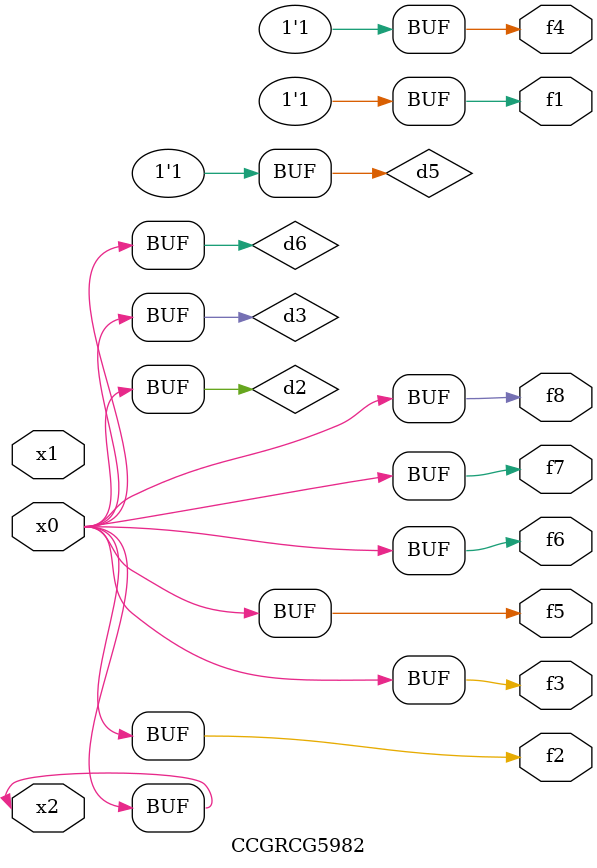
<source format=v>
module CCGRCG5982(
	input x0, x1, x2,
	output f1, f2, f3, f4, f5, f6, f7, f8
);

	wire d1, d2, d3, d4, d5, d6;

	xnor (d1, x2);
	buf (d2, x0, x2);
	and (d3, x0);
	xnor (d4, x1, x2);
	nand (d5, d1, d3);
	buf (d6, d2, d3);
	assign f1 = d5;
	assign f2 = d6;
	assign f3 = d6;
	assign f4 = d5;
	assign f5 = d6;
	assign f6 = d6;
	assign f7 = d6;
	assign f8 = d6;
endmodule

</source>
